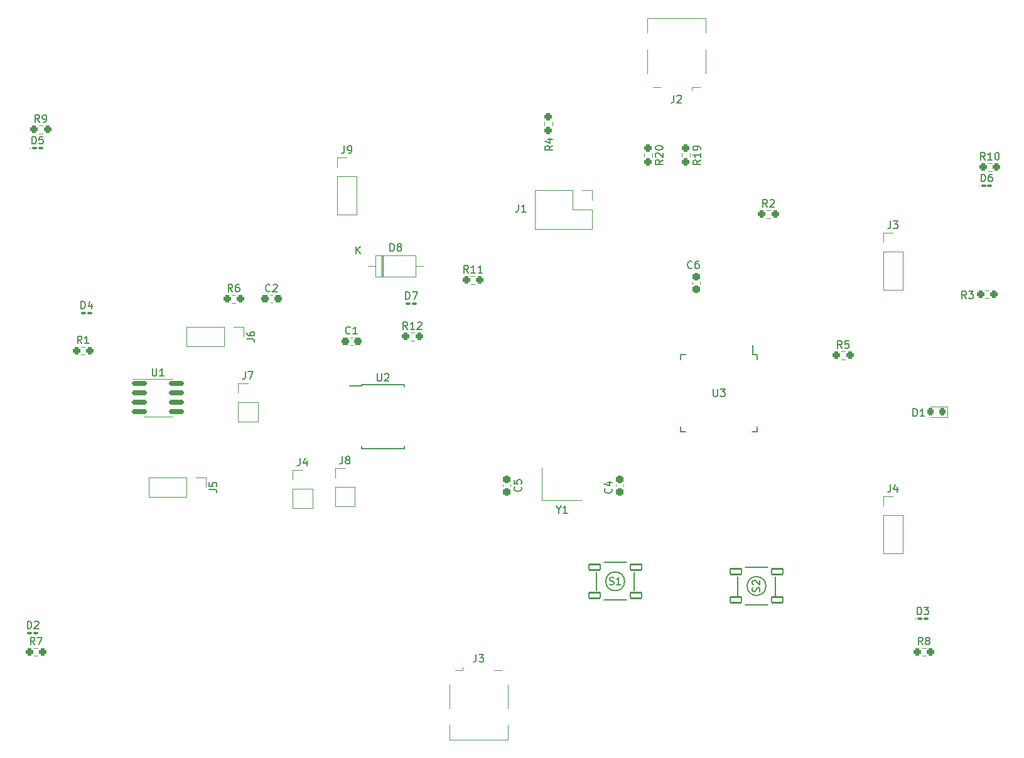
<source format=gto>
G04 #@! TF.GenerationSoftware,KiCad,Pcbnew,7.0.7*
G04 #@! TF.CreationDate,2024-04-22T17:45:01+02:00*
G04 #@! TF.ProjectId,SE3-pad,5345332d-7061-4642-9e6b-696361645f70,rev?*
G04 #@! TF.SameCoordinates,Original*
G04 #@! TF.FileFunction,Legend,Top*
G04 #@! TF.FilePolarity,Positive*
%FSLAX46Y46*%
G04 Gerber Fmt 4.6, Leading zero omitted, Abs format (unit mm)*
G04 Created by KiCad (PCBNEW 7.0.7) date 2024-04-22 17:45:01*
%MOMM*%
%LPD*%
G01*
G04 APERTURE LIST*
G04 Aperture macros list*
%AMRoundRect*
0 Rectangle with rounded corners*
0 $1 Rounding radius*
0 $2 $3 $4 $5 $6 $7 $8 $9 X,Y pos of 4 corners*
0 Add a 4 corners polygon primitive as box body*
4,1,4,$2,$3,$4,$5,$6,$7,$8,$9,$2,$3,0*
0 Add four circle primitives for the rounded corners*
1,1,$1+$1,$2,$3*
1,1,$1+$1,$4,$5*
1,1,$1+$1,$6,$7*
1,1,$1+$1,$8,$9*
0 Add four rect primitives between the rounded corners*
20,1,$1+$1,$2,$3,$4,$5,0*
20,1,$1+$1,$4,$5,$6,$7,0*
20,1,$1+$1,$6,$7,$8,$9,0*
20,1,$1+$1,$8,$9,$2,$3,0*%
G04 Aperture macros list end*
%ADD10C,0.150000*%
%ADD11C,0.127000*%
%ADD12C,0.120000*%
%ADD13C,0.203200*%
%ADD14C,0.100000*%
%ADD15RoundRect,0.237500X-0.237500X0.300000X-0.237500X-0.300000X0.237500X-0.300000X0.237500X0.300000X0*%
%ADD16RoundRect,0.237500X0.237500X-0.300000X0.237500X0.300000X-0.237500X0.300000X-0.237500X-0.300000X0*%
%ADD17RoundRect,0.218750X0.218750X0.256250X-0.218750X0.256250X-0.218750X-0.256250X0.218750X-0.256250X0*%
%ADD18RoundRect,0.237500X-0.250000X-0.237500X0.250000X-0.237500X0.250000X0.237500X-0.250000X0.237500X0*%
%ADD19RoundRect,0.237500X-0.237500X0.250000X-0.237500X-0.250000X0.237500X-0.250000X0.237500X0.250000X0*%
%ADD20R,0.550000X1.500000*%
%ADD21R,1.500000X0.550000*%
%ADD22R,1.700000X1.700000*%
%ADD23O,1.700000X1.700000*%
%ADD24RoundRect,0.101600X-0.762000X0.381000X-0.762000X-0.381000X0.762000X-0.381000X0.762000X0.381000X0*%
%ADD25R,2.100000X1.800000*%
%ADD26RoundRect,0.237500X0.237500X-0.250000X0.237500X0.250000X-0.237500X0.250000X-0.237500X-0.250000X0*%
%ADD27RoundRect,0.100000X-0.217500X-0.100000X0.217500X-0.100000X0.217500X0.100000X-0.217500X0.100000X0*%
%ADD28R,2.200000X2.200000*%
%ADD29O,2.200000X2.200000*%
%ADD30RoundRect,0.237500X-0.300000X-0.237500X0.300000X-0.237500X0.300000X0.237500X-0.300000X0.237500X0*%
%ADD31C,1.000000*%
%ADD32R,0.500000X2.000000*%
%ADD33R,2.000000X1.700000*%
%ADD34RoundRect,0.150000X-0.825000X-0.150000X0.825000X-0.150000X0.825000X0.150000X-0.825000X0.150000X0*%
%ADD35R,1.750000X0.450000*%
G04 APERTURE END LIST*
D10*
X144885580Y-106873166D02*
X144933200Y-106920785D01*
X144933200Y-106920785D02*
X144980819Y-107063642D01*
X144980819Y-107063642D02*
X144980819Y-107158880D01*
X144980819Y-107158880D02*
X144933200Y-107301737D01*
X144933200Y-107301737D02*
X144837961Y-107396975D01*
X144837961Y-107396975D02*
X144742723Y-107444594D01*
X144742723Y-107444594D02*
X144552247Y-107492213D01*
X144552247Y-107492213D02*
X144409390Y-107492213D01*
X144409390Y-107492213D02*
X144218914Y-107444594D01*
X144218914Y-107444594D02*
X144123676Y-107396975D01*
X144123676Y-107396975D02*
X144028438Y-107301737D01*
X144028438Y-107301737D02*
X143980819Y-107158880D01*
X143980819Y-107158880D02*
X143980819Y-107063642D01*
X143980819Y-107063642D02*
X144028438Y-106920785D01*
X144028438Y-106920785D02*
X144076057Y-106873166D01*
X144314152Y-106016023D02*
X144980819Y-106016023D01*
X143933200Y-106254118D02*
X144647485Y-106492213D01*
X144647485Y-106492213D02*
X144647485Y-105873166D01*
X132693580Y-106619166D02*
X132741200Y-106666785D01*
X132741200Y-106666785D02*
X132788819Y-106809642D01*
X132788819Y-106809642D02*
X132788819Y-106904880D01*
X132788819Y-106904880D02*
X132741200Y-107047737D01*
X132741200Y-107047737D02*
X132645961Y-107142975D01*
X132645961Y-107142975D02*
X132550723Y-107190594D01*
X132550723Y-107190594D02*
X132360247Y-107238213D01*
X132360247Y-107238213D02*
X132217390Y-107238213D01*
X132217390Y-107238213D02*
X132026914Y-107190594D01*
X132026914Y-107190594D02*
X131931676Y-107142975D01*
X131931676Y-107142975D02*
X131836438Y-107047737D01*
X131836438Y-107047737D02*
X131788819Y-106904880D01*
X131788819Y-106904880D02*
X131788819Y-106809642D01*
X131788819Y-106809642D02*
X131836438Y-106666785D01*
X131836438Y-106666785D02*
X131884057Y-106619166D01*
X131788819Y-105714404D02*
X131788819Y-106190594D01*
X131788819Y-106190594D02*
X132265009Y-106238213D01*
X132265009Y-106238213D02*
X132217390Y-106190594D01*
X132217390Y-106190594D02*
X132169771Y-106095356D01*
X132169771Y-106095356D02*
X132169771Y-105857261D01*
X132169771Y-105857261D02*
X132217390Y-105762023D01*
X132217390Y-105762023D02*
X132265009Y-105714404D01*
X132265009Y-105714404D02*
X132360247Y-105666785D01*
X132360247Y-105666785D02*
X132598342Y-105666785D01*
X132598342Y-105666785D02*
X132693580Y-105714404D01*
X132693580Y-105714404D02*
X132741200Y-105762023D01*
X132741200Y-105762023D02*
X132788819Y-105857261D01*
X132788819Y-105857261D02*
X132788819Y-106095356D01*
X132788819Y-106095356D02*
X132741200Y-106190594D01*
X132741200Y-106190594D02*
X132693580Y-106238213D01*
X155789333Y-77067580D02*
X155741714Y-77115200D01*
X155741714Y-77115200D02*
X155598857Y-77162819D01*
X155598857Y-77162819D02*
X155503619Y-77162819D01*
X155503619Y-77162819D02*
X155360762Y-77115200D01*
X155360762Y-77115200D02*
X155265524Y-77019961D01*
X155265524Y-77019961D02*
X155217905Y-76924723D01*
X155217905Y-76924723D02*
X155170286Y-76734247D01*
X155170286Y-76734247D02*
X155170286Y-76591390D01*
X155170286Y-76591390D02*
X155217905Y-76400914D01*
X155217905Y-76400914D02*
X155265524Y-76305676D01*
X155265524Y-76305676D02*
X155360762Y-76210438D01*
X155360762Y-76210438D02*
X155503619Y-76162819D01*
X155503619Y-76162819D02*
X155598857Y-76162819D01*
X155598857Y-76162819D02*
X155741714Y-76210438D01*
X155741714Y-76210438D02*
X155789333Y-76258057D01*
X156646476Y-76162819D02*
X156456000Y-76162819D01*
X156456000Y-76162819D02*
X156360762Y-76210438D01*
X156360762Y-76210438D02*
X156313143Y-76258057D01*
X156313143Y-76258057D02*
X156217905Y-76400914D01*
X156217905Y-76400914D02*
X156170286Y-76591390D01*
X156170286Y-76591390D02*
X156170286Y-76972342D01*
X156170286Y-76972342D02*
X156217905Y-77067580D01*
X156217905Y-77067580D02*
X156265524Y-77115200D01*
X156265524Y-77115200D02*
X156360762Y-77162819D01*
X156360762Y-77162819D02*
X156551238Y-77162819D01*
X156551238Y-77162819D02*
X156646476Y-77115200D01*
X156646476Y-77115200D02*
X156694095Y-77067580D01*
X156694095Y-77067580D02*
X156741714Y-76972342D01*
X156741714Y-76972342D02*
X156741714Y-76734247D01*
X156741714Y-76734247D02*
X156694095Y-76639009D01*
X156694095Y-76639009D02*
X156646476Y-76591390D01*
X156646476Y-76591390D02*
X156551238Y-76543771D01*
X156551238Y-76543771D02*
X156360762Y-76543771D01*
X156360762Y-76543771D02*
X156265524Y-76591390D01*
X156265524Y-76591390D02*
X156217905Y-76639009D01*
X156217905Y-76639009D02*
X156170286Y-76734247D01*
X185596405Y-97101819D02*
X185596405Y-96101819D01*
X185596405Y-96101819D02*
X185834500Y-96101819D01*
X185834500Y-96101819D02*
X185977357Y-96149438D01*
X185977357Y-96149438D02*
X186072595Y-96244676D01*
X186072595Y-96244676D02*
X186120214Y-96339914D01*
X186120214Y-96339914D02*
X186167833Y-96530390D01*
X186167833Y-96530390D02*
X186167833Y-96673247D01*
X186167833Y-96673247D02*
X186120214Y-96863723D01*
X186120214Y-96863723D02*
X186072595Y-96958961D01*
X186072595Y-96958961D02*
X185977357Y-97054200D01*
X185977357Y-97054200D02*
X185834500Y-97101819D01*
X185834500Y-97101819D02*
X185596405Y-97101819D01*
X187120214Y-97101819D02*
X186548786Y-97101819D01*
X186834500Y-97101819D02*
X186834500Y-96101819D01*
X186834500Y-96101819D02*
X186739262Y-96244676D01*
X186739262Y-96244676D02*
X186644024Y-96339914D01*
X186644024Y-96339914D02*
X186548786Y-96387533D01*
X165925833Y-68874819D02*
X165592500Y-68398628D01*
X165354405Y-68874819D02*
X165354405Y-67874819D01*
X165354405Y-67874819D02*
X165735357Y-67874819D01*
X165735357Y-67874819D02*
X165830595Y-67922438D01*
X165830595Y-67922438D02*
X165878214Y-67970057D01*
X165878214Y-67970057D02*
X165925833Y-68065295D01*
X165925833Y-68065295D02*
X165925833Y-68208152D01*
X165925833Y-68208152D02*
X165878214Y-68303390D01*
X165878214Y-68303390D02*
X165830595Y-68351009D01*
X165830595Y-68351009D02*
X165735357Y-68398628D01*
X165735357Y-68398628D02*
X165354405Y-68398628D01*
X166306786Y-67970057D02*
X166354405Y-67922438D01*
X166354405Y-67922438D02*
X166449643Y-67874819D01*
X166449643Y-67874819D02*
X166687738Y-67874819D01*
X166687738Y-67874819D02*
X166782976Y-67922438D01*
X166782976Y-67922438D02*
X166830595Y-67970057D01*
X166830595Y-67970057D02*
X166878214Y-68065295D01*
X166878214Y-68065295D02*
X166878214Y-68160533D01*
X166878214Y-68160533D02*
X166830595Y-68303390D01*
X166830595Y-68303390D02*
X166259167Y-68874819D01*
X166259167Y-68874819D02*
X166878214Y-68874819D01*
X136979819Y-60595166D02*
X136503628Y-60928499D01*
X136979819Y-61166594D02*
X135979819Y-61166594D01*
X135979819Y-61166594D02*
X135979819Y-60785642D01*
X135979819Y-60785642D02*
X136027438Y-60690404D01*
X136027438Y-60690404D02*
X136075057Y-60642785D01*
X136075057Y-60642785D02*
X136170295Y-60595166D01*
X136170295Y-60595166D02*
X136313152Y-60595166D01*
X136313152Y-60595166D02*
X136408390Y-60642785D01*
X136408390Y-60642785D02*
X136456009Y-60690404D01*
X136456009Y-60690404D02*
X136503628Y-60785642D01*
X136503628Y-60785642D02*
X136503628Y-61166594D01*
X136313152Y-59738023D02*
X136979819Y-59738023D01*
X135932200Y-59976118D02*
X136646485Y-60214213D01*
X136646485Y-60214213D02*
X136646485Y-59595166D01*
X176005833Y-87924819D02*
X175672500Y-87448628D01*
X175434405Y-87924819D02*
X175434405Y-86924819D01*
X175434405Y-86924819D02*
X175815357Y-86924819D01*
X175815357Y-86924819D02*
X175910595Y-86972438D01*
X175910595Y-86972438D02*
X175958214Y-87020057D01*
X175958214Y-87020057D02*
X176005833Y-87115295D01*
X176005833Y-87115295D02*
X176005833Y-87258152D01*
X176005833Y-87258152D02*
X175958214Y-87353390D01*
X175958214Y-87353390D02*
X175910595Y-87401009D01*
X175910595Y-87401009D02*
X175815357Y-87448628D01*
X175815357Y-87448628D02*
X175434405Y-87448628D01*
X176910595Y-86924819D02*
X176434405Y-86924819D01*
X176434405Y-86924819D02*
X176386786Y-87401009D01*
X176386786Y-87401009D02*
X176434405Y-87353390D01*
X176434405Y-87353390D02*
X176529643Y-87305771D01*
X176529643Y-87305771D02*
X176767738Y-87305771D01*
X176767738Y-87305771D02*
X176862976Y-87353390D01*
X176862976Y-87353390D02*
X176910595Y-87401009D01*
X176910595Y-87401009D02*
X176958214Y-87496247D01*
X176958214Y-87496247D02*
X176958214Y-87734342D01*
X176958214Y-87734342D02*
X176910595Y-87829580D01*
X176910595Y-87829580D02*
X176862976Y-87877200D01*
X176862976Y-87877200D02*
X176767738Y-87924819D01*
X176767738Y-87924819D02*
X176529643Y-87924819D01*
X176529643Y-87924819D02*
X176434405Y-87877200D01*
X176434405Y-87877200D02*
X176386786Y-87829580D01*
X158656095Y-93434819D02*
X158656095Y-94244342D01*
X158656095Y-94244342D02*
X158703714Y-94339580D01*
X158703714Y-94339580D02*
X158751333Y-94387200D01*
X158751333Y-94387200D02*
X158846571Y-94434819D01*
X158846571Y-94434819D02*
X159037047Y-94434819D01*
X159037047Y-94434819D02*
X159132285Y-94387200D01*
X159132285Y-94387200D02*
X159179904Y-94339580D01*
X159179904Y-94339580D02*
X159227523Y-94244342D01*
X159227523Y-94244342D02*
X159227523Y-93434819D01*
X159608476Y-93434819D02*
X160227523Y-93434819D01*
X160227523Y-93434819D02*
X159894190Y-93815771D01*
X159894190Y-93815771D02*
X160037047Y-93815771D01*
X160037047Y-93815771D02*
X160132285Y-93863390D01*
X160132285Y-93863390D02*
X160179904Y-93911009D01*
X160179904Y-93911009D02*
X160227523Y-94006247D01*
X160227523Y-94006247D02*
X160227523Y-94244342D01*
X160227523Y-94244342D02*
X160179904Y-94339580D01*
X160179904Y-94339580D02*
X160132285Y-94387200D01*
X160132285Y-94387200D02*
X160037047Y-94434819D01*
X160037047Y-94434819D02*
X159751333Y-94434819D01*
X159751333Y-94434819D02*
X159656095Y-94387200D01*
X159656095Y-94387200D02*
X159608476Y-94339580D01*
X132381666Y-68542819D02*
X132381666Y-69257104D01*
X132381666Y-69257104D02*
X132334047Y-69399961D01*
X132334047Y-69399961D02*
X132238809Y-69495200D01*
X132238809Y-69495200D02*
X132095952Y-69542819D01*
X132095952Y-69542819D02*
X132000714Y-69542819D01*
X133381666Y-69542819D02*
X132810238Y-69542819D01*
X133095952Y-69542819D02*
X133095952Y-68542819D01*
X133095952Y-68542819D02*
X133000714Y-68685676D01*
X133000714Y-68685676D02*
X132905476Y-68780914D01*
X132905476Y-68780914D02*
X132810238Y-68828533D01*
D11*
X144653095Y-119788396D02*
X144795952Y-119836015D01*
X144795952Y-119836015D02*
X145034047Y-119836015D01*
X145034047Y-119836015D02*
X145129285Y-119788396D01*
X145129285Y-119788396D02*
X145176904Y-119740776D01*
X145176904Y-119740776D02*
X145224523Y-119645538D01*
X145224523Y-119645538D02*
X145224523Y-119550300D01*
X145224523Y-119550300D02*
X145176904Y-119455062D01*
X145176904Y-119455062D02*
X145129285Y-119407443D01*
X145129285Y-119407443D02*
X145034047Y-119359824D01*
X145034047Y-119359824D02*
X144843571Y-119312205D01*
X144843571Y-119312205D02*
X144748333Y-119264586D01*
X144748333Y-119264586D02*
X144700714Y-119216967D01*
X144700714Y-119216967D02*
X144653095Y-119121729D01*
X144653095Y-119121729D02*
X144653095Y-119026491D01*
X144653095Y-119026491D02*
X144700714Y-118931253D01*
X144700714Y-118931253D02*
X144748333Y-118883634D01*
X144748333Y-118883634D02*
X144843571Y-118836015D01*
X144843571Y-118836015D02*
X145081666Y-118836015D01*
X145081666Y-118836015D02*
X145224523Y-118883634D01*
X146176904Y-119836015D02*
X145605476Y-119836015D01*
X145891190Y-119836015D02*
X145891190Y-118836015D01*
X145891190Y-118836015D02*
X145795952Y-118978872D01*
X145795952Y-118978872D02*
X145700714Y-119074110D01*
X145700714Y-119074110D02*
X145605476Y-119121729D01*
X164873396Y-120776904D02*
X164921015Y-120634047D01*
X164921015Y-120634047D02*
X164921015Y-120395952D01*
X164921015Y-120395952D02*
X164873396Y-120300714D01*
X164873396Y-120300714D02*
X164825776Y-120253095D01*
X164825776Y-120253095D02*
X164730538Y-120205476D01*
X164730538Y-120205476D02*
X164635300Y-120205476D01*
X164635300Y-120205476D02*
X164540062Y-120253095D01*
X164540062Y-120253095D02*
X164492443Y-120300714D01*
X164492443Y-120300714D02*
X164444824Y-120395952D01*
X164444824Y-120395952D02*
X164397205Y-120586428D01*
X164397205Y-120586428D02*
X164349586Y-120681666D01*
X164349586Y-120681666D02*
X164301967Y-120729285D01*
X164301967Y-120729285D02*
X164206729Y-120776904D01*
X164206729Y-120776904D02*
X164111491Y-120776904D01*
X164111491Y-120776904D02*
X164016253Y-120729285D01*
X164016253Y-120729285D02*
X163968634Y-120681666D01*
X163968634Y-120681666D02*
X163921015Y-120586428D01*
X163921015Y-120586428D02*
X163921015Y-120348333D01*
X163921015Y-120348333D02*
X163968634Y-120205476D01*
X164016253Y-119824523D02*
X163968634Y-119776904D01*
X163968634Y-119776904D02*
X163921015Y-119681666D01*
X163921015Y-119681666D02*
X163921015Y-119443571D01*
X163921015Y-119443571D02*
X163968634Y-119348333D01*
X163968634Y-119348333D02*
X164016253Y-119300714D01*
X164016253Y-119300714D02*
X164111491Y-119253095D01*
X164111491Y-119253095D02*
X164206729Y-119253095D01*
X164206729Y-119253095D02*
X164349586Y-119300714D01*
X164349586Y-119300714D02*
X164921015Y-119872142D01*
X164921015Y-119872142D02*
X164921015Y-119253095D01*
D10*
X137773809Y-109706628D02*
X137773809Y-110182819D01*
X137440476Y-109182819D02*
X137773809Y-109706628D01*
X137773809Y-109706628D02*
X138107142Y-109182819D01*
X138964285Y-110182819D02*
X138392857Y-110182819D01*
X138678571Y-110182819D02*
X138678571Y-109182819D01*
X138678571Y-109182819D02*
X138583333Y-109325676D01*
X138583333Y-109325676D02*
X138488095Y-109420914D01*
X138488095Y-109420914D02*
X138392857Y-109468533D01*
X192769833Y-81226819D02*
X192436500Y-80750628D01*
X192198405Y-81226819D02*
X192198405Y-80226819D01*
X192198405Y-80226819D02*
X192579357Y-80226819D01*
X192579357Y-80226819D02*
X192674595Y-80274438D01*
X192674595Y-80274438D02*
X192722214Y-80322057D01*
X192722214Y-80322057D02*
X192769833Y-80417295D01*
X192769833Y-80417295D02*
X192769833Y-80560152D01*
X192769833Y-80560152D02*
X192722214Y-80655390D01*
X192722214Y-80655390D02*
X192674595Y-80703009D01*
X192674595Y-80703009D02*
X192579357Y-80750628D01*
X192579357Y-80750628D02*
X192198405Y-80750628D01*
X193103167Y-80226819D02*
X193722214Y-80226819D01*
X193722214Y-80226819D02*
X193388881Y-80607771D01*
X193388881Y-80607771D02*
X193531738Y-80607771D01*
X193531738Y-80607771D02*
X193626976Y-80655390D01*
X193626976Y-80655390D02*
X193674595Y-80703009D01*
X193674595Y-80703009D02*
X193722214Y-80798247D01*
X193722214Y-80798247D02*
X193722214Y-81036342D01*
X193722214Y-81036342D02*
X193674595Y-81131580D01*
X193674595Y-81131580D02*
X193626976Y-81179200D01*
X193626976Y-81179200D02*
X193531738Y-81226819D01*
X193531738Y-81226819D02*
X193246024Y-81226819D01*
X193246024Y-81226819D02*
X193150786Y-81179200D01*
X193150786Y-81179200D02*
X193103167Y-81131580D01*
X156918819Y-62538857D02*
X156442628Y-62872190D01*
X156918819Y-63110285D02*
X155918819Y-63110285D01*
X155918819Y-63110285D02*
X155918819Y-62729333D01*
X155918819Y-62729333D02*
X155966438Y-62634095D01*
X155966438Y-62634095D02*
X156014057Y-62586476D01*
X156014057Y-62586476D02*
X156109295Y-62538857D01*
X156109295Y-62538857D02*
X156252152Y-62538857D01*
X156252152Y-62538857D02*
X156347390Y-62586476D01*
X156347390Y-62586476D02*
X156395009Y-62634095D01*
X156395009Y-62634095D02*
X156442628Y-62729333D01*
X156442628Y-62729333D02*
X156442628Y-63110285D01*
X156918819Y-61586476D02*
X156918819Y-62157904D01*
X156918819Y-61872190D02*
X155918819Y-61872190D01*
X155918819Y-61872190D02*
X156061676Y-61967428D01*
X156061676Y-61967428D02*
X156156914Y-62062666D01*
X156156914Y-62062666D02*
X156204533Y-62157904D01*
X156918819Y-61110285D02*
X156918819Y-60919809D01*
X156918819Y-60919809D02*
X156871200Y-60824571D01*
X156871200Y-60824571D02*
X156823580Y-60776952D01*
X156823580Y-60776952D02*
X156680723Y-60681714D01*
X156680723Y-60681714D02*
X156490247Y-60634095D01*
X156490247Y-60634095D02*
X156109295Y-60634095D01*
X156109295Y-60634095D02*
X156014057Y-60681714D01*
X156014057Y-60681714D02*
X155966438Y-60729333D01*
X155966438Y-60729333D02*
X155918819Y-60824571D01*
X155918819Y-60824571D02*
X155918819Y-61015047D01*
X155918819Y-61015047D02*
X155966438Y-61110285D01*
X155966438Y-61110285D02*
X156014057Y-61157904D01*
X156014057Y-61157904D02*
X156109295Y-61205523D01*
X156109295Y-61205523D02*
X156347390Y-61205523D01*
X156347390Y-61205523D02*
X156442628Y-61157904D01*
X156442628Y-61157904D02*
X156490247Y-61110285D01*
X156490247Y-61110285D02*
X156537866Y-61015047D01*
X156537866Y-61015047D02*
X156537866Y-60824571D01*
X156537866Y-60824571D02*
X156490247Y-60729333D01*
X156490247Y-60729333D02*
X156442628Y-60681714D01*
X156442628Y-60681714D02*
X156347390Y-60634095D01*
X151838819Y-62515357D02*
X151362628Y-62848690D01*
X151838819Y-63086785D02*
X150838819Y-63086785D01*
X150838819Y-63086785D02*
X150838819Y-62705833D01*
X150838819Y-62705833D02*
X150886438Y-62610595D01*
X150886438Y-62610595D02*
X150934057Y-62562976D01*
X150934057Y-62562976D02*
X151029295Y-62515357D01*
X151029295Y-62515357D02*
X151172152Y-62515357D01*
X151172152Y-62515357D02*
X151267390Y-62562976D01*
X151267390Y-62562976D02*
X151315009Y-62610595D01*
X151315009Y-62610595D02*
X151362628Y-62705833D01*
X151362628Y-62705833D02*
X151362628Y-63086785D01*
X150934057Y-62134404D02*
X150886438Y-62086785D01*
X150886438Y-62086785D02*
X150838819Y-61991547D01*
X150838819Y-61991547D02*
X150838819Y-61753452D01*
X150838819Y-61753452D02*
X150886438Y-61658214D01*
X150886438Y-61658214D02*
X150934057Y-61610595D01*
X150934057Y-61610595D02*
X151029295Y-61562976D01*
X151029295Y-61562976D02*
X151124533Y-61562976D01*
X151124533Y-61562976D02*
X151267390Y-61610595D01*
X151267390Y-61610595D02*
X151838819Y-62182023D01*
X151838819Y-62182023D02*
X151838819Y-61562976D01*
X150838819Y-60943928D02*
X150838819Y-60848690D01*
X150838819Y-60848690D02*
X150886438Y-60753452D01*
X150886438Y-60753452D02*
X150934057Y-60705833D01*
X150934057Y-60705833D02*
X151029295Y-60658214D01*
X151029295Y-60658214D02*
X151219771Y-60610595D01*
X151219771Y-60610595D02*
X151457866Y-60610595D01*
X151457866Y-60610595D02*
X151648342Y-60658214D01*
X151648342Y-60658214D02*
X151743580Y-60705833D01*
X151743580Y-60705833D02*
X151791200Y-60753452D01*
X151791200Y-60753452D02*
X151838819Y-60848690D01*
X151838819Y-60848690D02*
X151838819Y-60943928D01*
X151838819Y-60943928D02*
X151791200Y-61039166D01*
X151791200Y-61039166D02*
X151743580Y-61086785D01*
X151743580Y-61086785D02*
X151648342Y-61134404D01*
X151648342Y-61134404D02*
X151457866Y-61182023D01*
X151457866Y-61182023D02*
X151219771Y-61182023D01*
X151219771Y-61182023D02*
X151029295Y-61134404D01*
X151029295Y-61134404D02*
X150934057Y-61086785D01*
X150934057Y-61086785D02*
X150886438Y-61039166D01*
X150886438Y-61039166D02*
X150838819Y-60943928D01*
X195294642Y-62524819D02*
X194961309Y-62048628D01*
X194723214Y-62524819D02*
X194723214Y-61524819D01*
X194723214Y-61524819D02*
X195104166Y-61524819D01*
X195104166Y-61524819D02*
X195199404Y-61572438D01*
X195199404Y-61572438D02*
X195247023Y-61620057D01*
X195247023Y-61620057D02*
X195294642Y-61715295D01*
X195294642Y-61715295D02*
X195294642Y-61858152D01*
X195294642Y-61858152D02*
X195247023Y-61953390D01*
X195247023Y-61953390D02*
X195199404Y-62001009D01*
X195199404Y-62001009D02*
X195104166Y-62048628D01*
X195104166Y-62048628D02*
X194723214Y-62048628D01*
X196247023Y-62524819D02*
X195675595Y-62524819D01*
X195961309Y-62524819D02*
X195961309Y-61524819D01*
X195961309Y-61524819D02*
X195866071Y-61667676D01*
X195866071Y-61667676D02*
X195770833Y-61762914D01*
X195770833Y-61762914D02*
X195675595Y-61810533D01*
X196866071Y-61524819D02*
X196961309Y-61524819D01*
X196961309Y-61524819D02*
X197056547Y-61572438D01*
X197056547Y-61572438D02*
X197104166Y-61620057D01*
X197104166Y-61620057D02*
X197151785Y-61715295D01*
X197151785Y-61715295D02*
X197199404Y-61905771D01*
X197199404Y-61905771D02*
X197199404Y-62143866D01*
X197199404Y-62143866D02*
X197151785Y-62334342D01*
X197151785Y-62334342D02*
X197104166Y-62429580D01*
X197104166Y-62429580D02*
X197056547Y-62477200D01*
X197056547Y-62477200D02*
X196961309Y-62524819D01*
X196961309Y-62524819D02*
X196866071Y-62524819D01*
X196866071Y-62524819D02*
X196770833Y-62477200D01*
X196770833Y-62477200D02*
X196723214Y-62429580D01*
X196723214Y-62429580D02*
X196675595Y-62334342D01*
X196675595Y-62334342D02*
X196627976Y-62143866D01*
X196627976Y-62143866D02*
X196627976Y-61905771D01*
X196627976Y-61905771D02*
X196675595Y-61715295D01*
X196675595Y-61715295D02*
X196723214Y-61620057D01*
X196723214Y-61620057D02*
X196770833Y-61572438D01*
X196770833Y-61572438D02*
X196866071Y-61524819D01*
X117169405Y-81319819D02*
X117169405Y-80319819D01*
X117169405Y-80319819D02*
X117407500Y-80319819D01*
X117407500Y-80319819D02*
X117550357Y-80367438D01*
X117550357Y-80367438D02*
X117645595Y-80462676D01*
X117645595Y-80462676D02*
X117693214Y-80557914D01*
X117693214Y-80557914D02*
X117740833Y-80748390D01*
X117740833Y-80748390D02*
X117740833Y-80891247D01*
X117740833Y-80891247D02*
X117693214Y-81081723D01*
X117693214Y-81081723D02*
X117645595Y-81176961D01*
X117645595Y-81176961D02*
X117550357Y-81272200D01*
X117550357Y-81272200D02*
X117407500Y-81319819D01*
X117407500Y-81319819D02*
X117169405Y-81319819D01*
X118074167Y-80319819D02*
X118740833Y-80319819D01*
X118740833Y-80319819D02*
X118312262Y-81319819D01*
X73493333Y-87289819D02*
X73160000Y-86813628D01*
X72921905Y-87289819D02*
X72921905Y-86289819D01*
X72921905Y-86289819D02*
X73302857Y-86289819D01*
X73302857Y-86289819D02*
X73398095Y-86337438D01*
X73398095Y-86337438D02*
X73445714Y-86385057D01*
X73445714Y-86385057D02*
X73493333Y-86480295D01*
X73493333Y-86480295D02*
X73493333Y-86623152D01*
X73493333Y-86623152D02*
X73445714Y-86718390D01*
X73445714Y-86718390D02*
X73398095Y-86766009D01*
X73398095Y-86766009D02*
X73302857Y-86813628D01*
X73302857Y-86813628D02*
X72921905Y-86813628D01*
X74445714Y-87289819D02*
X73874286Y-87289819D01*
X74160000Y-87289819D02*
X74160000Y-86289819D01*
X74160000Y-86289819D02*
X74064762Y-86432676D01*
X74064762Y-86432676D02*
X73969524Y-86527914D01*
X73969524Y-86527914D02*
X73874286Y-86575533D01*
X108886666Y-60624819D02*
X108886666Y-61339104D01*
X108886666Y-61339104D02*
X108839047Y-61481961D01*
X108839047Y-61481961D02*
X108743809Y-61577200D01*
X108743809Y-61577200D02*
X108600952Y-61624819D01*
X108600952Y-61624819D02*
X108505714Y-61624819D01*
X109410476Y-61624819D02*
X109600952Y-61624819D01*
X109600952Y-61624819D02*
X109696190Y-61577200D01*
X109696190Y-61577200D02*
X109743809Y-61529580D01*
X109743809Y-61529580D02*
X109839047Y-61386723D01*
X109839047Y-61386723D02*
X109886666Y-61196247D01*
X109886666Y-61196247D02*
X109886666Y-60815295D01*
X109886666Y-60815295D02*
X109839047Y-60720057D01*
X109839047Y-60720057D02*
X109791428Y-60672438D01*
X109791428Y-60672438D02*
X109696190Y-60624819D01*
X109696190Y-60624819D02*
X109505714Y-60624819D01*
X109505714Y-60624819D02*
X109410476Y-60672438D01*
X109410476Y-60672438D02*
X109362857Y-60720057D01*
X109362857Y-60720057D02*
X109315238Y-60815295D01*
X109315238Y-60815295D02*
X109315238Y-61053390D01*
X109315238Y-61053390D02*
X109362857Y-61148628D01*
X109362857Y-61148628D02*
X109410476Y-61196247D01*
X109410476Y-61196247D02*
X109505714Y-61243866D01*
X109505714Y-61243866D02*
X109696190Y-61243866D01*
X109696190Y-61243866D02*
X109791428Y-61196247D01*
X109791428Y-61196247D02*
X109839047Y-61148628D01*
X109839047Y-61148628D02*
X109886666Y-61053390D01*
X90684819Y-107013333D02*
X91399104Y-107013333D01*
X91399104Y-107013333D02*
X91541961Y-107060952D01*
X91541961Y-107060952D02*
X91637200Y-107156190D01*
X91637200Y-107156190D02*
X91684819Y-107299047D01*
X91684819Y-107299047D02*
X91684819Y-107394285D01*
X90684819Y-106060952D02*
X90684819Y-106537142D01*
X90684819Y-106537142D02*
X91161009Y-106584761D01*
X91161009Y-106584761D02*
X91113390Y-106537142D01*
X91113390Y-106537142D02*
X91065771Y-106441904D01*
X91065771Y-106441904D02*
X91065771Y-106203809D01*
X91065771Y-106203809D02*
X91113390Y-106108571D01*
X91113390Y-106108571D02*
X91161009Y-106060952D01*
X91161009Y-106060952D02*
X91256247Y-106013333D01*
X91256247Y-106013333D02*
X91494342Y-106013333D01*
X91494342Y-106013333D02*
X91589580Y-106060952D01*
X91589580Y-106060952D02*
X91637200Y-106108571D01*
X91637200Y-106108571D02*
X91684819Y-106203809D01*
X91684819Y-106203809D02*
X91684819Y-106441904D01*
X91684819Y-106441904D02*
X91637200Y-106537142D01*
X91637200Y-106537142D02*
X91589580Y-106584761D01*
X67778333Y-57444819D02*
X67445000Y-56968628D01*
X67206905Y-57444819D02*
X67206905Y-56444819D01*
X67206905Y-56444819D02*
X67587857Y-56444819D01*
X67587857Y-56444819D02*
X67683095Y-56492438D01*
X67683095Y-56492438D02*
X67730714Y-56540057D01*
X67730714Y-56540057D02*
X67778333Y-56635295D01*
X67778333Y-56635295D02*
X67778333Y-56778152D01*
X67778333Y-56778152D02*
X67730714Y-56873390D01*
X67730714Y-56873390D02*
X67683095Y-56921009D01*
X67683095Y-56921009D02*
X67587857Y-56968628D01*
X67587857Y-56968628D02*
X67206905Y-56968628D01*
X68254524Y-57444819D02*
X68445000Y-57444819D01*
X68445000Y-57444819D02*
X68540238Y-57397200D01*
X68540238Y-57397200D02*
X68587857Y-57349580D01*
X68587857Y-57349580D02*
X68683095Y-57206723D01*
X68683095Y-57206723D02*
X68730714Y-57016247D01*
X68730714Y-57016247D02*
X68730714Y-56635295D01*
X68730714Y-56635295D02*
X68683095Y-56540057D01*
X68683095Y-56540057D02*
X68635476Y-56492438D01*
X68635476Y-56492438D02*
X68540238Y-56444819D01*
X68540238Y-56444819D02*
X68349762Y-56444819D01*
X68349762Y-56444819D02*
X68254524Y-56492438D01*
X68254524Y-56492438D02*
X68206905Y-56540057D01*
X68206905Y-56540057D02*
X68159286Y-56635295D01*
X68159286Y-56635295D02*
X68159286Y-56873390D01*
X68159286Y-56873390D02*
X68206905Y-56968628D01*
X68206905Y-56968628D02*
X68254524Y-57016247D01*
X68254524Y-57016247D02*
X68349762Y-57063866D01*
X68349762Y-57063866D02*
X68540238Y-57063866D01*
X68540238Y-57063866D02*
X68635476Y-57016247D01*
X68635476Y-57016247D02*
X68683095Y-56968628D01*
X68683095Y-56968628D02*
X68730714Y-56873390D01*
X95764819Y-86693333D02*
X96479104Y-86693333D01*
X96479104Y-86693333D02*
X96621961Y-86740952D01*
X96621961Y-86740952D02*
X96717200Y-86836190D01*
X96717200Y-86836190D02*
X96764819Y-86979047D01*
X96764819Y-86979047D02*
X96764819Y-87074285D01*
X95764819Y-85788571D02*
X95764819Y-85979047D01*
X95764819Y-85979047D02*
X95812438Y-86074285D01*
X95812438Y-86074285D02*
X95860057Y-86121904D01*
X95860057Y-86121904D02*
X96002914Y-86217142D01*
X96002914Y-86217142D02*
X96193390Y-86264761D01*
X96193390Y-86264761D02*
X96574342Y-86264761D01*
X96574342Y-86264761D02*
X96669580Y-86217142D01*
X96669580Y-86217142D02*
X96717200Y-86169523D01*
X96717200Y-86169523D02*
X96764819Y-86074285D01*
X96764819Y-86074285D02*
X96764819Y-85883809D01*
X96764819Y-85883809D02*
X96717200Y-85788571D01*
X96717200Y-85788571D02*
X96669580Y-85740952D01*
X96669580Y-85740952D02*
X96574342Y-85693333D01*
X96574342Y-85693333D02*
X96336247Y-85693333D01*
X96336247Y-85693333D02*
X96241009Y-85740952D01*
X96241009Y-85740952D02*
X96193390Y-85788571D01*
X96193390Y-85788571D02*
X96145771Y-85883809D01*
X96145771Y-85883809D02*
X96145771Y-86074285D01*
X96145771Y-86074285D02*
X96193390Y-86169523D01*
X96193390Y-86169523D02*
X96241009Y-86217142D01*
X96241009Y-86217142D02*
X96336247Y-86264761D01*
X66774405Y-60364819D02*
X66774405Y-59364819D01*
X66774405Y-59364819D02*
X67012500Y-59364819D01*
X67012500Y-59364819D02*
X67155357Y-59412438D01*
X67155357Y-59412438D02*
X67250595Y-59507676D01*
X67250595Y-59507676D02*
X67298214Y-59602914D01*
X67298214Y-59602914D02*
X67345833Y-59793390D01*
X67345833Y-59793390D02*
X67345833Y-59936247D01*
X67345833Y-59936247D02*
X67298214Y-60126723D01*
X67298214Y-60126723D02*
X67250595Y-60221961D01*
X67250595Y-60221961D02*
X67155357Y-60317200D01*
X67155357Y-60317200D02*
X67012500Y-60364819D01*
X67012500Y-60364819D02*
X66774405Y-60364819D01*
X68250595Y-59364819D02*
X67774405Y-59364819D01*
X67774405Y-59364819D02*
X67726786Y-59841009D01*
X67726786Y-59841009D02*
X67774405Y-59793390D01*
X67774405Y-59793390D02*
X67869643Y-59745771D01*
X67869643Y-59745771D02*
X68107738Y-59745771D01*
X68107738Y-59745771D02*
X68202976Y-59793390D01*
X68202976Y-59793390D02*
X68250595Y-59841009D01*
X68250595Y-59841009D02*
X68298214Y-59936247D01*
X68298214Y-59936247D02*
X68298214Y-60174342D01*
X68298214Y-60174342D02*
X68250595Y-60269580D01*
X68250595Y-60269580D02*
X68202976Y-60317200D01*
X68202976Y-60317200D02*
X68107738Y-60364819D01*
X68107738Y-60364819D02*
X67869643Y-60364819D01*
X67869643Y-60364819D02*
X67774405Y-60317200D01*
X67774405Y-60317200D02*
X67726786Y-60269580D01*
X66139405Y-125769819D02*
X66139405Y-124769819D01*
X66139405Y-124769819D02*
X66377500Y-124769819D01*
X66377500Y-124769819D02*
X66520357Y-124817438D01*
X66520357Y-124817438D02*
X66615595Y-124912676D01*
X66615595Y-124912676D02*
X66663214Y-125007914D01*
X66663214Y-125007914D02*
X66710833Y-125198390D01*
X66710833Y-125198390D02*
X66710833Y-125341247D01*
X66710833Y-125341247D02*
X66663214Y-125531723D01*
X66663214Y-125531723D02*
X66615595Y-125626961D01*
X66615595Y-125626961D02*
X66520357Y-125722200D01*
X66520357Y-125722200D02*
X66377500Y-125769819D01*
X66377500Y-125769819D02*
X66139405Y-125769819D01*
X67091786Y-124865057D02*
X67139405Y-124817438D01*
X67139405Y-124817438D02*
X67234643Y-124769819D01*
X67234643Y-124769819D02*
X67472738Y-124769819D01*
X67472738Y-124769819D02*
X67567976Y-124817438D01*
X67567976Y-124817438D02*
X67615595Y-124865057D01*
X67615595Y-124865057D02*
X67663214Y-124960295D01*
X67663214Y-124960295D02*
X67663214Y-125055533D01*
X67663214Y-125055533D02*
X67615595Y-125198390D01*
X67615595Y-125198390D02*
X67044167Y-125769819D01*
X67044167Y-125769819D02*
X67663214Y-125769819D01*
X95551666Y-91099819D02*
X95551666Y-91814104D01*
X95551666Y-91814104D02*
X95504047Y-91956961D01*
X95504047Y-91956961D02*
X95408809Y-92052200D01*
X95408809Y-92052200D02*
X95265952Y-92099819D01*
X95265952Y-92099819D02*
X95170714Y-92099819D01*
X95932619Y-91099819D02*
X96599285Y-91099819D01*
X96599285Y-91099819D02*
X96170714Y-92099819D01*
X186880833Y-127929819D02*
X186547500Y-127453628D01*
X186309405Y-127929819D02*
X186309405Y-126929819D01*
X186309405Y-126929819D02*
X186690357Y-126929819D01*
X186690357Y-126929819D02*
X186785595Y-126977438D01*
X186785595Y-126977438D02*
X186833214Y-127025057D01*
X186833214Y-127025057D02*
X186880833Y-127120295D01*
X186880833Y-127120295D02*
X186880833Y-127263152D01*
X186880833Y-127263152D02*
X186833214Y-127358390D01*
X186833214Y-127358390D02*
X186785595Y-127406009D01*
X186785595Y-127406009D02*
X186690357Y-127453628D01*
X186690357Y-127453628D02*
X186309405Y-127453628D01*
X187452262Y-127358390D02*
X187357024Y-127310771D01*
X187357024Y-127310771D02*
X187309405Y-127263152D01*
X187309405Y-127263152D02*
X187261786Y-127167914D01*
X187261786Y-127167914D02*
X187261786Y-127120295D01*
X187261786Y-127120295D02*
X187309405Y-127025057D01*
X187309405Y-127025057D02*
X187357024Y-126977438D01*
X187357024Y-126977438D02*
X187452262Y-126929819D01*
X187452262Y-126929819D02*
X187642738Y-126929819D01*
X187642738Y-126929819D02*
X187737976Y-126977438D01*
X187737976Y-126977438D02*
X187785595Y-127025057D01*
X187785595Y-127025057D02*
X187833214Y-127120295D01*
X187833214Y-127120295D02*
X187833214Y-127167914D01*
X187833214Y-127167914D02*
X187785595Y-127263152D01*
X187785595Y-127263152D02*
X187737976Y-127310771D01*
X187737976Y-127310771D02*
X187642738Y-127358390D01*
X187642738Y-127358390D02*
X187452262Y-127358390D01*
X187452262Y-127358390D02*
X187357024Y-127406009D01*
X187357024Y-127406009D02*
X187309405Y-127453628D01*
X187309405Y-127453628D02*
X187261786Y-127548866D01*
X187261786Y-127548866D02*
X187261786Y-127739342D01*
X187261786Y-127739342D02*
X187309405Y-127834580D01*
X187309405Y-127834580D02*
X187357024Y-127882200D01*
X187357024Y-127882200D02*
X187452262Y-127929819D01*
X187452262Y-127929819D02*
X187642738Y-127929819D01*
X187642738Y-127929819D02*
X187737976Y-127882200D01*
X187737976Y-127882200D02*
X187785595Y-127834580D01*
X187785595Y-127834580D02*
X187833214Y-127739342D01*
X187833214Y-127739342D02*
X187833214Y-127548866D01*
X187833214Y-127548866D02*
X187785595Y-127453628D01*
X187785595Y-127453628D02*
X187737976Y-127406009D01*
X187737976Y-127406009D02*
X187642738Y-127358390D01*
X73401905Y-82589819D02*
X73401905Y-81589819D01*
X73401905Y-81589819D02*
X73640000Y-81589819D01*
X73640000Y-81589819D02*
X73782857Y-81637438D01*
X73782857Y-81637438D02*
X73878095Y-81732676D01*
X73878095Y-81732676D02*
X73925714Y-81827914D01*
X73925714Y-81827914D02*
X73973333Y-82018390D01*
X73973333Y-82018390D02*
X73973333Y-82161247D01*
X73973333Y-82161247D02*
X73925714Y-82351723D01*
X73925714Y-82351723D02*
X73878095Y-82446961D01*
X73878095Y-82446961D02*
X73782857Y-82542200D01*
X73782857Y-82542200D02*
X73640000Y-82589819D01*
X73640000Y-82589819D02*
X73401905Y-82589819D01*
X74830476Y-81923152D02*
X74830476Y-82589819D01*
X74592381Y-81542200D02*
X74354286Y-82256485D01*
X74354286Y-82256485D02*
X74973333Y-82256485D01*
X125594642Y-77764819D02*
X125261309Y-77288628D01*
X125023214Y-77764819D02*
X125023214Y-76764819D01*
X125023214Y-76764819D02*
X125404166Y-76764819D01*
X125404166Y-76764819D02*
X125499404Y-76812438D01*
X125499404Y-76812438D02*
X125547023Y-76860057D01*
X125547023Y-76860057D02*
X125594642Y-76955295D01*
X125594642Y-76955295D02*
X125594642Y-77098152D01*
X125594642Y-77098152D02*
X125547023Y-77193390D01*
X125547023Y-77193390D02*
X125499404Y-77241009D01*
X125499404Y-77241009D02*
X125404166Y-77288628D01*
X125404166Y-77288628D02*
X125023214Y-77288628D01*
X126547023Y-77764819D02*
X125975595Y-77764819D01*
X126261309Y-77764819D02*
X126261309Y-76764819D01*
X126261309Y-76764819D02*
X126166071Y-76907676D01*
X126166071Y-76907676D02*
X126070833Y-77002914D01*
X126070833Y-77002914D02*
X125975595Y-77050533D01*
X127499404Y-77764819D02*
X126927976Y-77764819D01*
X127213690Y-77764819D02*
X127213690Y-76764819D01*
X127213690Y-76764819D02*
X127118452Y-76907676D01*
X127118452Y-76907676D02*
X127023214Y-77002914D01*
X127023214Y-77002914D02*
X126927976Y-77050533D01*
X93813333Y-80304819D02*
X93480000Y-79828628D01*
X93241905Y-80304819D02*
X93241905Y-79304819D01*
X93241905Y-79304819D02*
X93622857Y-79304819D01*
X93622857Y-79304819D02*
X93718095Y-79352438D01*
X93718095Y-79352438D02*
X93765714Y-79400057D01*
X93765714Y-79400057D02*
X93813333Y-79495295D01*
X93813333Y-79495295D02*
X93813333Y-79638152D01*
X93813333Y-79638152D02*
X93765714Y-79733390D01*
X93765714Y-79733390D02*
X93718095Y-79781009D01*
X93718095Y-79781009D02*
X93622857Y-79828628D01*
X93622857Y-79828628D02*
X93241905Y-79828628D01*
X94670476Y-79304819D02*
X94480000Y-79304819D01*
X94480000Y-79304819D02*
X94384762Y-79352438D01*
X94384762Y-79352438D02*
X94337143Y-79400057D01*
X94337143Y-79400057D02*
X94241905Y-79542914D01*
X94241905Y-79542914D02*
X94194286Y-79733390D01*
X94194286Y-79733390D02*
X94194286Y-80114342D01*
X94194286Y-80114342D02*
X94241905Y-80209580D01*
X94241905Y-80209580D02*
X94289524Y-80257200D01*
X94289524Y-80257200D02*
X94384762Y-80304819D01*
X94384762Y-80304819D02*
X94575238Y-80304819D01*
X94575238Y-80304819D02*
X94670476Y-80257200D01*
X94670476Y-80257200D02*
X94718095Y-80209580D01*
X94718095Y-80209580D02*
X94765714Y-80114342D01*
X94765714Y-80114342D02*
X94765714Y-79876247D01*
X94765714Y-79876247D02*
X94718095Y-79781009D01*
X94718095Y-79781009D02*
X94670476Y-79733390D01*
X94670476Y-79733390D02*
X94575238Y-79685771D01*
X94575238Y-79685771D02*
X94384762Y-79685771D01*
X94384762Y-79685771D02*
X94289524Y-79733390D01*
X94289524Y-79733390D02*
X94241905Y-79781009D01*
X94241905Y-79781009D02*
X94194286Y-79876247D01*
X102917666Y-102788819D02*
X102917666Y-103503104D01*
X102917666Y-103503104D02*
X102870047Y-103645961D01*
X102870047Y-103645961D02*
X102774809Y-103741200D01*
X102774809Y-103741200D02*
X102631952Y-103788819D01*
X102631952Y-103788819D02*
X102536714Y-103788819D01*
X103822428Y-103122152D02*
X103822428Y-103788819D01*
X103584333Y-102741200D02*
X103346238Y-103455485D01*
X103346238Y-103455485D02*
X103965285Y-103455485D01*
X115061905Y-74819819D02*
X115061905Y-73819819D01*
X115061905Y-73819819D02*
X115300000Y-73819819D01*
X115300000Y-73819819D02*
X115442857Y-73867438D01*
X115442857Y-73867438D02*
X115538095Y-73962676D01*
X115538095Y-73962676D02*
X115585714Y-74057914D01*
X115585714Y-74057914D02*
X115633333Y-74248390D01*
X115633333Y-74248390D02*
X115633333Y-74391247D01*
X115633333Y-74391247D02*
X115585714Y-74581723D01*
X115585714Y-74581723D02*
X115538095Y-74676961D01*
X115538095Y-74676961D02*
X115442857Y-74772200D01*
X115442857Y-74772200D02*
X115300000Y-74819819D01*
X115300000Y-74819819D02*
X115061905Y-74819819D01*
X116204762Y-74248390D02*
X116109524Y-74200771D01*
X116109524Y-74200771D02*
X116061905Y-74153152D01*
X116061905Y-74153152D02*
X116014286Y-74057914D01*
X116014286Y-74057914D02*
X116014286Y-74010295D01*
X116014286Y-74010295D02*
X116061905Y-73915057D01*
X116061905Y-73915057D02*
X116109524Y-73867438D01*
X116109524Y-73867438D02*
X116204762Y-73819819D01*
X116204762Y-73819819D02*
X116395238Y-73819819D01*
X116395238Y-73819819D02*
X116490476Y-73867438D01*
X116490476Y-73867438D02*
X116538095Y-73915057D01*
X116538095Y-73915057D02*
X116585714Y-74010295D01*
X116585714Y-74010295D02*
X116585714Y-74057914D01*
X116585714Y-74057914D02*
X116538095Y-74153152D01*
X116538095Y-74153152D02*
X116490476Y-74200771D01*
X116490476Y-74200771D02*
X116395238Y-74248390D01*
X116395238Y-74248390D02*
X116204762Y-74248390D01*
X116204762Y-74248390D02*
X116109524Y-74296009D01*
X116109524Y-74296009D02*
X116061905Y-74343628D01*
X116061905Y-74343628D02*
X116014286Y-74438866D01*
X116014286Y-74438866D02*
X116014286Y-74629342D01*
X116014286Y-74629342D02*
X116061905Y-74724580D01*
X116061905Y-74724580D02*
X116109524Y-74772200D01*
X116109524Y-74772200D02*
X116204762Y-74819819D01*
X116204762Y-74819819D02*
X116395238Y-74819819D01*
X116395238Y-74819819D02*
X116490476Y-74772200D01*
X116490476Y-74772200D02*
X116538095Y-74724580D01*
X116538095Y-74724580D02*
X116585714Y-74629342D01*
X116585714Y-74629342D02*
X116585714Y-74438866D01*
X116585714Y-74438866D02*
X116538095Y-74343628D01*
X116538095Y-74343628D02*
X116490476Y-74296009D01*
X116490476Y-74296009D02*
X116395238Y-74248390D01*
X110458095Y-75189819D02*
X110458095Y-74189819D01*
X111029523Y-75189819D02*
X110600952Y-74618390D01*
X111029523Y-74189819D02*
X110458095Y-74761247D01*
X98893333Y-80209580D02*
X98845714Y-80257200D01*
X98845714Y-80257200D02*
X98702857Y-80304819D01*
X98702857Y-80304819D02*
X98607619Y-80304819D01*
X98607619Y-80304819D02*
X98464762Y-80257200D01*
X98464762Y-80257200D02*
X98369524Y-80161961D01*
X98369524Y-80161961D02*
X98321905Y-80066723D01*
X98321905Y-80066723D02*
X98274286Y-79876247D01*
X98274286Y-79876247D02*
X98274286Y-79733390D01*
X98274286Y-79733390D02*
X98321905Y-79542914D01*
X98321905Y-79542914D02*
X98369524Y-79447676D01*
X98369524Y-79447676D02*
X98464762Y-79352438D01*
X98464762Y-79352438D02*
X98607619Y-79304819D01*
X98607619Y-79304819D02*
X98702857Y-79304819D01*
X98702857Y-79304819D02*
X98845714Y-79352438D01*
X98845714Y-79352438D02*
X98893333Y-79400057D01*
X99274286Y-79400057D02*
X99321905Y-79352438D01*
X99321905Y-79352438D02*
X99417143Y-79304819D01*
X99417143Y-79304819D02*
X99655238Y-79304819D01*
X99655238Y-79304819D02*
X99750476Y-79352438D01*
X99750476Y-79352438D02*
X99798095Y-79400057D01*
X99798095Y-79400057D02*
X99845714Y-79495295D01*
X99845714Y-79495295D02*
X99845714Y-79590533D01*
X99845714Y-79590533D02*
X99798095Y-79733390D01*
X99798095Y-79733390D02*
X99226667Y-80304819D01*
X99226667Y-80304819D02*
X99845714Y-80304819D01*
X153336666Y-53789819D02*
X153336666Y-54504104D01*
X153336666Y-54504104D02*
X153289047Y-54646961D01*
X153289047Y-54646961D02*
X153193809Y-54742200D01*
X153193809Y-54742200D02*
X153050952Y-54789819D01*
X153050952Y-54789819D02*
X152955714Y-54789819D01*
X153765238Y-53885057D02*
X153812857Y-53837438D01*
X153812857Y-53837438D02*
X153908095Y-53789819D01*
X153908095Y-53789819D02*
X154146190Y-53789819D01*
X154146190Y-53789819D02*
X154241428Y-53837438D01*
X154241428Y-53837438D02*
X154289047Y-53885057D01*
X154289047Y-53885057D02*
X154336666Y-53980295D01*
X154336666Y-53980295D02*
X154336666Y-54075533D01*
X154336666Y-54075533D02*
X154289047Y-54218390D01*
X154289047Y-54218390D02*
X153717619Y-54789819D01*
X153717619Y-54789819D02*
X154336666Y-54789819D01*
X186154405Y-123864819D02*
X186154405Y-122864819D01*
X186154405Y-122864819D02*
X186392500Y-122864819D01*
X186392500Y-122864819D02*
X186535357Y-122912438D01*
X186535357Y-122912438D02*
X186630595Y-123007676D01*
X186630595Y-123007676D02*
X186678214Y-123102914D01*
X186678214Y-123102914D02*
X186725833Y-123293390D01*
X186725833Y-123293390D02*
X186725833Y-123436247D01*
X186725833Y-123436247D02*
X186678214Y-123626723D01*
X186678214Y-123626723D02*
X186630595Y-123721961D01*
X186630595Y-123721961D02*
X186535357Y-123817200D01*
X186535357Y-123817200D02*
X186392500Y-123864819D01*
X186392500Y-123864819D02*
X186154405Y-123864819D01*
X187059167Y-122864819D02*
X187678214Y-122864819D01*
X187678214Y-122864819D02*
X187344881Y-123245771D01*
X187344881Y-123245771D02*
X187487738Y-123245771D01*
X187487738Y-123245771D02*
X187582976Y-123293390D01*
X187582976Y-123293390D02*
X187630595Y-123341009D01*
X187630595Y-123341009D02*
X187678214Y-123436247D01*
X187678214Y-123436247D02*
X187678214Y-123674342D01*
X187678214Y-123674342D02*
X187630595Y-123769580D01*
X187630595Y-123769580D02*
X187582976Y-123817200D01*
X187582976Y-123817200D02*
X187487738Y-123864819D01*
X187487738Y-123864819D02*
X187202024Y-123864819D01*
X187202024Y-123864819D02*
X187106786Y-123817200D01*
X187106786Y-123817200D02*
X187059167Y-123769580D01*
X194766905Y-65444819D02*
X194766905Y-64444819D01*
X194766905Y-64444819D02*
X195005000Y-64444819D01*
X195005000Y-64444819D02*
X195147857Y-64492438D01*
X195147857Y-64492438D02*
X195243095Y-64587676D01*
X195243095Y-64587676D02*
X195290714Y-64682914D01*
X195290714Y-64682914D02*
X195338333Y-64873390D01*
X195338333Y-64873390D02*
X195338333Y-65016247D01*
X195338333Y-65016247D02*
X195290714Y-65206723D01*
X195290714Y-65206723D02*
X195243095Y-65301961D01*
X195243095Y-65301961D02*
X195147857Y-65397200D01*
X195147857Y-65397200D02*
X195005000Y-65444819D01*
X195005000Y-65444819D02*
X194766905Y-65444819D01*
X196195476Y-64444819D02*
X196005000Y-64444819D01*
X196005000Y-64444819D02*
X195909762Y-64492438D01*
X195909762Y-64492438D02*
X195862143Y-64540057D01*
X195862143Y-64540057D02*
X195766905Y-64682914D01*
X195766905Y-64682914D02*
X195719286Y-64873390D01*
X195719286Y-64873390D02*
X195719286Y-65254342D01*
X195719286Y-65254342D02*
X195766905Y-65349580D01*
X195766905Y-65349580D02*
X195814524Y-65397200D01*
X195814524Y-65397200D02*
X195909762Y-65444819D01*
X195909762Y-65444819D02*
X196100238Y-65444819D01*
X196100238Y-65444819D02*
X196195476Y-65397200D01*
X196195476Y-65397200D02*
X196243095Y-65349580D01*
X196243095Y-65349580D02*
X196290714Y-65254342D01*
X196290714Y-65254342D02*
X196290714Y-65016247D01*
X196290714Y-65016247D02*
X196243095Y-64921009D01*
X196243095Y-64921009D02*
X196195476Y-64873390D01*
X196195476Y-64873390D02*
X196100238Y-64825771D01*
X196100238Y-64825771D02*
X195909762Y-64825771D01*
X195909762Y-64825771D02*
X195814524Y-64873390D01*
X195814524Y-64873390D02*
X195766905Y-64921009D01*
X195766905Y-64921009D02*
X195719286Y-65016247D01*
X108632666Y-102534819D02*
X108632666Y-103249104D01*
X108632666Y-103249104D02*
X108585047Y-103391961D01*
X108585047Y-103391961D02*
X108489809Y-103487200D01*
X108489809Y-103487200D02*
X108346952Y-103534819D01*
X108346952Y-103534819D02*
X108251714Y-103534819D01*
X109251714Y-102963390D02*
X109156476Y-102915771D01*
X109156476Y-102915771D02*
X109108857Y-102868152D01*
X109108857Y-102868152D02*
X109061238Y-102772914D01*
X109061238Y-102772914D02*
X109061238Y-102725295D01*
X109061238Y-102725295D02*
X109108857Y-102630057D01*
X109108857Y-102630057D02*
X109156476Y-102582438D01*
X109156476Y-102582438D02*
X109251714Y-102534819D01*
X109251714Y-102534819D02*
X109442190Y-102534819D01*
X109442190Y-102534819D02*
X109537428Y-102582438D01*
X109537428Y-102582438D02*
X109585047Y-102630057D01*
X109585047Y-102630057D02*
X109632666Y-102725295D01*
X109632666Y-102725295D02*
X109632666Y-102772914D01*
X109632666Y-102772914D02*
X109585047Y-102868152D01*
X109585047Y-102868152D02*
X109537428Y-102915771D01*
X109537428Y-102915771D02*
X109442190Y-102963390D01*
X109442190Y-102963390D02*
X109251714Y-102963390D01*
X109251714Y-102963390D02*
X109156476Y-103011009D01*
X109156476Y-103011009D02*
X109108857Y-103058628D01*
X109108857Y-103058628D02*
X109061238Y-103153866D01*
X109061238Y-103153866D02*
X109061238Y-103344342D01*
X109061238Y-103344342D02*
X109108857Y-103439580D01*
X109108857Y-103439580D02*
X109156476Y-103487200D01*
X109156476Y-103487200D02*
X109251714Y-103534819D01*
X109251714Y-103534819D02*
X109442190Y-103534819D01*
X109442190Y-103534819D02*
X109537428Y-103487200D01*
X109537428Y-103487200D02*
X109585047Y-103439580D01*
X109585047Y-103439580D02*
X109632666Y-103344342D01*
X109632666Y-103344342D02*
X109632666Y-103153866D01*
X109632666Y-103153866D02*
X109585047Y-103058628D01*
X109585047Y-103058628D02*
X109537428Y-103011009D01*
X109537428Y-103011009D02*
X109442190Y-102963390D01*
X126666666Y-129269819D02*
X126666666Y-129984104D01*
X126666666Y-129984104D02*
X126619047Y-130126961D01*
X126619047Y-130126961D02*
X126523809Y-130222200D01*
X126523809Y-130222200D02*
X126380952Y-130269819D01*
X126380952Y-130269819D02*
X126285714Y-130269819D01*
X127047619Y-129269819D02*
X127666666Y-129269819D01*
X127666666Y-129269819D02*
X127333333Y-129650771D01*
X127333333Y-129650771D02*
X127476190Y-129650771D01*
X127476190Y-129650771D02*
X127571428Y-129698390D01*
X127571428Y-129698390D02*
X127619047Y-129746009D01*
X127619047Y-129746009D02*
X127666666Y-129841247D01*
X127666666Y-129841247D02*
X127666666Y-130079342D01*
X127666666Y-130079342D02*
X127619047Y-130174580D01*
X127619047Y-130174580D02*
X127571428Y-130222200D01*
X127571428Y-130222200D02*
X127476190Y-130269819D01*
X127476190Y-130269819D02*
X127190476Y-130269819D01*
X127190476Y-130269819D02*
X127095238Y-130222200D01*
X127095238Y-130222200D02*
X127047619Y-130174580D01*
X117419642Y-85384819D02*
X117086309Y-84908628D01*
X116848214Y-85384819D02*
X116848214Y-84384819D01*
X116848214Y-84384819D02*
X117229166Y-84384819D01*
X117229166Y-84384819D02*
X117324404Y-84432438D01*
X117324404Y-84432438D02*
X117372023Y-84480057D01*
X117372023Y-84480057D02*
X117419642Y-84575295D01*
X117419642Y-84575295D02*
X117419642Y-84718152D01*
X117419642Y-84718152D02*
X117372023Y-84813390D01*
X117372023Y-84813390D02*
X117324404Y-84861009D01*
X117324404Y-84861009D02*
X117229166Y-84908628D01*
X117229166Y-84908628D02*
X116848214Y-84908628D01*
X118372023Y-85384819D02*
X117800595Y-85384819D01*
X118086309Y-85384819D02*
X118086309Y-84384819D01*
X118086309Y-84384819D02*
X117991071Y-84527676D01*
X117991071Y-84527676D02*
X117895833Y-84622914D01*
X117895833Y-84622914D02*
X117800595Y-84670533D01*
X118752976Y-84480057D02*
X118800595Y-84432438D01*
X118800595Y-84432438D02*
X118895833Y-84384819D01*
X118895833Y-84384819D02*
X119133928Y-84384819D01*
X119133928Y-84384819D02*
X119229166Y-84432438D01*
X119229166Y-84432438D02*
X119276785Y-84480057D01*
X119276785Y-84480057D02*
X119324404Y-84575295D01*
X119324404Y-84575295D02*
X119324404Y-84670533D01*
X119324404Y-84670533D02*
X119276785Y-84813390D01*
X119276785Y-84813390D02*
X118705357Y-85384819D01*
X118705357Y-85384819D02*
X119324404Y-85384819D01*
X109690833Y-85924580D02*
X109643214Y-85972200D01*
X109643214Y-85972200D02*
X109500357Y-86019819D01*
X109500357Y-86019819D02*
X109405119Y-86019819D01*
X109405119Y-86019819D02*
X109262262Y-85972200D01*
X109262262Y-85972200D02*
X109167024Y-85876961D01*
X109167024Y-85876961D02*
X109119405Y-85781723D01*
X109119405Y-85781723D02*
X109071786Y-85591247D01*
X109071786Y-85591247D02*
X109071786Y-85448390D01*
X109071786Y-85448390D02*
X109119405Y-85257914D01*
X109119405Y-85257914D02*
X109167024Y-85162676D01*
X109167024Y-85162676D02*
X109262262Y-85067438D01*
X109262262Y-85067438D02*
X109405119Y-85019819D01*
X109405119Y-85019819D02*
X109500357Y-85019819D01*
X109500357Y-85019819D02*
X109643214Y-85067438D01*
X109643214Y-85067438D02*
X109690833Y-85115057D01*
X110643214Y-86019819D02*
X110071786Y-86019819D01*
X110357500Y-86019819D02*
X110357500Y-85019819D01*
X110357500Y-85019819D02*
X110262262Y-85162676D01*
X110262262Y-85162676D02*
X110167024Y-85257914D01*
X110167024Y-85257914D02*
X110071786Y-85305533D01*
X82993095Y-90669819D02*
X82993095Y-91479342D01*
X82993095Y-91479342D02*
X83040714Y-91574580D01*
X83040714Y-91574580D02*
X83088333Y-91622200D01*
X83088333Y-91622200D02*
X83183571Y-91669819D01*
X83183571Y-91669819D02*
X83374047Y-91669819D01*
X83374047Y-91669819D02*
X83469285Y-91622200D01*
X83469285Y-91622200D02*
X83516904Y-91574580D01*
X83516904Y-91574580D02*
X83564523Y-91479342D01*
X83564523Y-91479342D02*
X83564523Y-90669819D01*
X84564523Y-91669819D02*
X83993095Y-91669819D01*
X84278809Y-91669819D02*
X84278809Y-90669819D01*
X84278809Y-90669819D02*
X84183571Y-90812676D01*
X84183571Y-90812676D02*
X84088333Y-90907914D01*
X84088333Y-90907914D02*
X83993095Y-90955533D01*
X67143333Y-127929819D02*
X66810000Y-127453628D01*
X66571905Y-127929819D02*
X66571905Y-126929819D01*
X66571905Y-126929819D02*
X66952857Y-126929819D01*
X66952857Y-126929819D02*
X67048095Y-126977438D01*
X67048095Y-126977438D02*
X67095714Y-127025057D01*
X67095714Y-127025057D02*
X67143333Y-127120295D01*
X67143333Y-127120295D02*
X67143333Y-127263152D01*
X67143333Y-127263152D02*
X67095714Y-127358390D01*
X67095714Y-127358390D02*
X67048095Y-127406009D01*
X67048095Y-127406009D02*
X66952857Y-127453628D01*
X66952857Y-127453628D02*
X66571905Y-127453628D01*
X67476667Y-126929819D02*
X68143333Y-126929819D01*
X68143333Y-126929819D02*
X67714762Y-127929819D01*
X113328095Y-91359819D02*
X113328095Y-92169342D01*
X113328095Y-92169342D02*
X113375714Y-92264580D01*
X113375714Y-92264580D02*
X113423333Y-92312200D01*
X113423333Y-92312200D02*
X113518571Y-92359819D01*
X113518571Y-92359819D02*
X113709047Y-92359819D01*
X113709047Y-92359819D02*
X113804285Y-92312200D01*
X113804285Y-92312200D02*
X113851904Y-92264580D01*
X113851904Y-92264580D02*
X113899523Y-92169342D01*
X113899523Y-92169342D02*
X113899523Y-91359819D01*
X114328095Y-91455057D02*
X114375714Y-91407438D01*
X114375714Y-91407438D02*
X114470952Y-91359819D01*
X114470952Y-91359819D02*
X114709047Y-91359819D01*
X114709047Y-91359819D02*
X114804285Y-91407438D01*
X114804285Y-91407438D02*
X114851904Y-91455057D01*
X114851904Y-91455057D02*
X114899523Y-91550295D01*
X114899523Y-91550295D02*
X114899523Y-91645533D01*
X114899523Y-91645533D02*
X114851904Y-91788390D01*
X114851904Y-91788390D02*
X114280476Y-92359819D01*
X114280476Y-92359819D02*
X114899523Y-92359819D01*
X182546666Y-106344819D02*
X182546666Y-107059104D01*
X182546666Y-107059104D02*
X182499047Y-107201961D01*
X182499047Y-107201961D02*
X182403809Y-107297200D01*
X182403809Y-107297200D02*
X182260952Y-107344819D01*
X182260952Y-107344819D02*
X182165714Y-107344819D01*
X183451428Y-106678152D02*
X183451428Y-107344819D01*
X183213333Y-106297200D02*
X182975238Y-107011485D01*
X182975238Y-107011485D02*
X183594285Y-107011485D01*
X182546666Y-70784819D02*
X182546666Y-71499104D01*
X182546666Y-71499104D02*
X182499047Y-71641961D01*
X182499047Y-71641961D02*
X182403809Y-71737200D01*
X182403809Y-71737200D02*
X182260952Y-71784819D01*
X182260952Y-71784819D02*
X182165714Y-71784819D01*
X182927619Y-70784819D02*
X183546666Y-70784819D01*
X183546666Y-70784819D02*
X183213333Y-71165771D01*
X183213333Y-71165771D02*
X183356190Y-71165771D01*
X183356190Y-71165771D02*
X183451428Y-71213390D01*
X183451428Y-71213390D02*
X183499047Y-71261009D01*
X183499047Y-71261009D02*
X183546666Y-71356247D01*
X183546666Y-71356247D02*
X183546666Y-71594342D01*
X183546666Y-71594342D02*
X183499047Y-71689580D01*
X183499047Y-71689580D02*
X183451428Y-71737200D01*
X183451428Y-71737200D02*
X183356190Y-71784819D01*
X183356190Y-71784819D02*
X183070476Y-71784819D01*
X183070476Y-71784819D02*
X182975238Y-71737200D01*
X182975238Y-71737200D02*
X182927619Y-71689580D01*
D12*
X146560000Y-106306233D02*
X146560000Y-106598767D01*
X145540000Y-106306233D02*
X145540000Y-106598767D01*
X130300000Y-106598767D02*
X130300000Y-106306233D01*
X131320000Y-106598767D02*
X131320000Y-106306233D01*
X155827000Y-79267267D02*
X155827000Y-78974733D01*
X156847000Y-79267267D02*
X156847000Y-78974733D01*
X190232500Y-97255000D02*
X190232500Y-95785000D01*
X190232500Y-95785000D02*
X187947500Y-95785000D01*
X187947500Y-97255000D02*
X190232500Y-97255000D01*
X165837776Y-69327500D02*
X166347224Y-69327500D01*
X165837776Y-70372500D02*
X166347224Y-70372500D01*
X136920500Y-57379776D02*
X136920500Y-57889224D01*
X135875500Y-57379776D02*
X135875500Y-57889224D01*
X175917776Y-88377500D02*
X176427224Y-88377500D01*
X175917776Y-89422500D02*
X176427224Y-89422500D01*
D10*
X164575000Y-88805000D02*
X164000000Y-88805000D01*
X164575000Y-88805000D02*
X164575000Y-89480000D01*
X164000000Y-88805000D02*
X164000000Y-87530000D01*
X154225000Y-88805000D02*
X154900000Y-88805000D01*
X154225000Y-88805000D02*
X154225000Y-89480000D01*
X164575000Y-99155000D02*
X164575000Y-98480000D01*
X164575000Y-99155000D02*
X163900000Y-99155000D01*
X154225000Y-99155000D02*
X154225000Y-98480000D01*
X154225000Y-99155000D02*
X154900000Y-99155000D01*
D12*
X142300000Y-66615000D02*
X142300000Y-67945000D01*
X140970000Y-66615000D02*
X142300000Y-66615000D01*
X139700000Y-66615000D02*
X134560000Y-66615000D01*
X139700000Y-66615000D02*
X139700000Y-69215000D01*
X134560000Y-66615000D02*
X134560000Y-71815000D01*
X142300000Y-69215000D02*
X142300000Y-71815000D01*
X139700000Y-69215000D02*
X142300000Y-69215000D01*
X142300000Y-71815000D02*
X134560000Y-71815000D01*
D13*
X147955000Y-118140480D02*
X147955000Y-120650000D01*
X146954240Y-121920000D02*
X143875760Y-121920000D01*
X143875760Y-116840000D02*
X146954240Y-116840000D01*
X142875000Y-120619520D02*
X142875000Y-118140480D01*
X146685000Y-119380000D02*
G75*
G03*
X146685000Y-119380000I-1270000J0D01*
G01*
X167005000Y-118775480D02*
X167005000Y-121285000D01*
X166004240Y-122555000D02*
X162925760Y-122555000D01*
X162925760Y-117475000D02*
X166004240Y-117475000D01*
X161925000Y-121254520D02*
X161925000Y-118775480D01*
X165735000Y-120015000D02*
G75*
G03*
X165735000Y-120015000I-1270000J0D01*
G01*
D12*
X135550000Y-104015000D02*
X135550000Y-108415000D01*
X135550000Y-108415000D02*
X140950000Y-108415000D01*
X195325276Y-80122500D02*
X195834724Y-80122500D01*
X195325276Y-81167500D02*
X195834724Y-81167500D01*
X154417500Y-62127224D02*
X154417500Y-61617776D01*
X155462500Y-62127224D02*
X155462500Y-61617776D01*
X149337500Y-62127224D02*
X149337500Y-61617776D01*
X150382500Y-62127224D02*
X150382500Y-61617776D01*
X195682776Y-62977500D02*
X196192224Y-62977500D01*
X195682776Y-64022500D02*
X196192224Y-64022500D01*
D14*
X116922500Y-81915000D02*
G75*
G03*
X116922500Y-81915000I-50000J0D01*
G01*
D12*
X73405276Y-87742500D02*
X73914724Y-87742500D01*
X73405276Y-88787500D02*
X73914724Y-88787500D01*
X107890000Y-62170000D02*
X109220000Y-62170000D01*
X107890000Y-63500000D02*
X107890000Y-62170000D01*
X107890000Y-64770000D02*
X107890000Y-69910000D01*
X107890000Y-64770000D02*
X110550000Y-64770000D01*
X107890000Y-69910000D02*
X110550000Y-69910000D01*
X110550000Y-64770000D02*
X110550000Y-69910000D01*
X90230000Y-105350000D02*
X90230000Y-106680000D01*
X88900000Y-105350000D02*
X90230000Y-105350000D01*
X87630000Y-105350000D02*
X82490000Y-105350000D01*
X87630000Y-105350000D02*
X87630000Y-108010000D01*
X82490000Y-105350000D02*
X82490000Y-108010000D01*
X87630000Y-108010000D02*
X82490000Y-108010000D01*
X67690276Y-57897500D02*
X68199724Y-57897500D01*
X67690276Y-58942500D02*
X68199724Y-58942500D01*
X95310000Y-85030000D02*
X95310000Y-86360000D01*
X93980000Y-85030000D02*
X95310000Y-85030000D01*
X92710000Y-85030000D02*
X87570000Y-85030000D01*
X92710000Y-85030000D02*
X92710000Y-87690000D01*
X87570000Y-85030000D02*
X87570000Y-87690000D01*
X92710000Y-87690000D02*
X87570000Y-87690000D01*
D14*
X66527500Y-60960000D02*
G75*
G03*
X66527500Y-60960000I-50000J0D01*
G01*
X65892500Y-126365000D02*
G75*
G03*
X65892500Y-126365000I-50000J0D01*
G01*
D12*
X94555000Y-92645000D02*
X95885000Y-92645000D01*
X94555000Y-93975000D02*
X94555000Y-92645000D01*
X94555000Y-95245000D02*
X94555000Y-97845000D01*
X94555000Y-95245000D02*
X97215000Y-95245000D01*
X94555000Y-97845000D02*
X97215000Y-97845000D01*
X97215000Y-95245000D02*
X97215000Y-97845000D01*
X186792776Y-128382500D02*
X187302224Y-128382500D01*
X186792776Y-129427500D02*
X187302224Y-129427500D01*
D14*
X73155000Y-83185000D02*
G75*
G03*
X73155000Y-83185000I-50000J0D01*
G01*
D12*
X125982776Y-78217500D02*
X126492224Y-78217500D01*
X125982776Y-79262500D02*
X126492224Y-79262500D01*
X93725276Y-80757500D02*
X94234724Y-80757500D01*
X93725276Y-81802500D02*
X94234724Y-81802500D01*
X101921000Y-104334000D02*
X103251000Y-104334000D01*
X101921000Y-105664000D02*
X101921000Y-104334000D01*
X101921000Y-106934000D02*
X101921000Y-109534000D01*
X101921000Y-106934000D02*
X104581000Y-106934000D01*
X101921000Y-109534000D02*
X104581000Y-109534000D01*
X104581000Y-106934000D02*
X104581000Y-109534000D01*
X112060000Y-76835000D02*
X113080000Y-76835000D01*
X113080000Y-75365000D02*
X113080000Y-78305000D01*
X113080000Y-78305000D02*
X118520000Y-78305000D01*
X113860000Y-75365000D02*
X113860000Y-78305000D01*
X113980000Y-75365000D02*
X113980000Y-78305000D01*
X114100000Y-75365000D02*
X114100000Y-78305000D01*
X118520000Y-75365000D02*
X113080000Y-75365000D01*
X118520000Y-78305000D02*
X118520000Y-75365000D01*
X119540000Y-76835000D02*
X118520000Y-76835000D01*
X98913733Y-80770000D02*
X99206267Y-80770000D01*
X98913733Y-81790000D02*
X99206267Y-81790000D01*
X157580000Y-47595000D02*
X157580000Y-50825000D01*
X157580000Y-43425000D02*
X157580000Y-45375000D01*
X156860000Y-52745000D02*
X155780000Y-52745000D01*
X155780000Y-52745000D02*
X155780000Y-53175000D01*
X151560000Y-52745000D02*
X150480000Y-52745000D01*
X149760000Y-47595000D02*
X149760000Y-50825000D01*
X149760000Y-43425000D02*
X157580000Y-43425000D01*
X149760000Y-43425000D02*
X149760000Y-45375000D01*
D14*
X185907500Y-124460000D02*
G75*
G03*
X185907500Y-124460000I-50000J0D01*
G01*
X194520000Y-66040000D02*
G75*
G03*
X194520000Y-66040000I-50000J0D01*
G01*
D12*
X107636000Y-104080000D02*
X108966000Y-104080000D01*
X107636000Y-105410000D02*
X107636000Y-104080000D01*
X107636000Y-106680000D02*
X107636000Y-109280000D01*
X107636000Y-106680000D02*
X110296000Y-106680000D01*
X107636000Y-109280000D02*
X110296000Y-109280000D01*
X110296000Y-106680000D02*
X110296000Y-109280000D01*
X123090000Y-136555000D02*
X123090000Y-133325000D01*
X123090000Y-140725000D02*
X123090000Y-138775000D01*
X123810000Y-131405000D02*
X124890000Y-131405000D01*
X124890000Y-131405000D02*
X124890000Y-130975000D01*
X129110000Y-131405000D02*
X130190000Y-131405000D01*
X130910000Y-136555000D02*
X130910000Y-133325000D01*
X130910000Y-140725000D02*
X123090000Y-140725000D01*
X130910000Y-140725000D02*
X130910000Y-138775000D01*
X117807776Y-85837500D02*
X118317224Y-85837500D01*
X117807776Y-86882500D02*
X118317224Y-86882500D01*
X109711233Y-86485000D02*
X110003767Y-86485000D01*
X109711233Y-87505000D02*
X110003767Y-87505000D01*
X83755000Y-92055000D02*
X80305000Y-92055000D01*
X83755000Y-92055000D02*
X85705000Y-92055000D01*
X83755000Y-97175000D02*
X81805000Y-97175000D01*
X83755000Y-97175000D02*
X85705000Y-97175000D01*
X67055276Y-128382500D02*
X67564724Y-128382500D01*
X67055276Y-129427500D02*
X67564724Y-129427500D01*
D10*
X111215000Y-92830000D02*
X111215000Y-93055000D01*
X111215000Y-92830000D02*
X116965000Y-92830000D01*
X111215000Y-93055000D02*
X109615000Y-93055000D01*
X111215000Y-101480000D02*
X111215000Y-101180000D01*
X111215000Y-101480000D02*
X116965000Y-101480000D01*
X116965000Y-92830000D02*
X116965000Y-93130000D01*
X116965000Y-101480000D02*
X116965000Y-101180000D01*
D12*
X181550000Y-107890000D02*
X182880000Y-107890000D01*
X181550000Y-109220000D02*
X181550000Y-107890000D01*
X181550000Y-110490000D02*
X181550000Y-115630000D01*
X181550000Y-110490000D02*
X184210000Y-110490000D01*
X181550000Y-115630000D02*
X184210000Y-115630000D01*
X184210000Y-110490000D02*
X184210000Y-115630000D01*
X181550000Y-72330000D02*
X182880000Y-72330000D01*
X181550000Y-73660000D02*
X181550000Y-72330000D01*
X181550000Y-74930000D02*
X181550000Y-80070000D01*
X181550000Y-74930000D02*
X184210000Y-74930000D01*
X181550000Y-80070000D02*
X184210000Y-80070000D01*
X184210000Y-74930000D02*
X184210000Y-80070000D01*
%LPC*%
D15*
X146050000Y-105590000D03*
X146050000Y-107315000D03*
D16*
X130810000Y-107315000D03*
X130810000Y-105590000D03*
X156337000Y-79983500D03*
X156337000Y-78258500D03*
D17*
X189535000Y-96520000D03*
X187960000Y-96520000D03*
D18*
X165180000Y-69850000D03*
X167005000Y-69850000D03*
D19*
X136398000Y-56722000D03*
X136398000Y-58547000D03*
D18*
X175260000Y-88900000D03*
X177085000Y-88900000D03*
D20*
X163400000Y-88280000D03*
X162600000Y-88280000D03*
X161800000Y-88280000D03*
X161000000Y-88280000D03*
X160200000Y-88280000D03*
X159400000Y-88280000D03*
X158600000Y-88280000D03*
X157800000Y-88280000D03*
X157000000Y-88280000D03*
X156200000Y-88280000D03*
X155400000Y-88280000D03*
D21*
X153700000Y-89980000D03*
X153700000Y-90780000D03*
X153700000Y-91580000D03*
X153700000Y-92380000D03*
X153700000Y-93180000D03*
X153700000Y-93980000D03*
X153700000Y-94780000D03*
X153700000Y-95580000D03*
X153700000Y-96380000D03*
X153700000Y-97180000D03*
X153700000Y-97980000D03*
D20*
X155400000Y-99680000D03*
X156200000Y-99680000D03*
X157000000Y-99680000D03*
X157800000Y-99680000D03*
X158600000Y-99680000D03*
X159400000Y-99680000D03*
X160200000Y-99680000D03*
X161000000Y-99680000D03*
X161800000Y-99680000D03*
X162600000Y-99680000D03*
X163400000Y-99680000D03*
D21*
X165100000Y-97980000D03*
X165100000Y-97180000D03*
X165100000Y-96380000D03*
X165100000Y-95580000D03*
X165100000Y-94780000D03*
X165100000Y-93980000D03*
X165100000Y-93180000D03*
X165100000Y-92380000D03*
X165100000Y-91580000D03*
X165100000Y-90780000D03*
X165100000Y-89980000D03*
D22*
X140970000Y-67945000D03*
D23*
X140970000Y-70485000D03*
X138430000Y-67945000D03*
X138430000Y-70485000D03*
X135890000Y-67945000D03*
X135890000Y-70485000D03*
D24*
X148209000Y-121285000D03*
X142621000Y-121285000D03*
X148209000Y-117475000D03*
X142621000Y-117475000D03*
X167259000Y-121920000D03*
X161671000Y-121920000D03*
X167259000Y-118110000D03*
X161671000Y-118110000D03*
D25*
X136800000Y-107315000D03*
X139700000Y-107315000D03*
X139700000Y-105115000D03*
X136800000Y-105115000D03*
D18*
X194667500Y-80645000D03*
X196492500Y-80645000D03*
D26*
X154940000Y-62785000D03*
X154940000Y-60960000D03*
X149860000Y-62785000D03*
X149860000Y-60960000D03*
D18*
X195025000Y-63500000D03*
X196850000Y-63500000D03*
D27*
X117500000Y-81915000D03*
X118315000Y-81915000D03*
D18*
X72747500Y-88265000D03*
X74572500Y-88265000D03*
D22*
X109220000Y-63500000D03*
D23*
X109220000Y-66040000D03*
X109220000Y-68580000D03*
D22*
X88900000Y-106680000D03*
D23*
X86360000Y-106680000D03*
X83820000Y-106680000D03*
D18*
X67032500Y-58420000D03*
X68857500Y-58420000D03*
D22*
X93980000Y-86360000D03*
D23*
X91440000Y-86360000D03*
X88900000Y-86360000D03*
D27*
X67105000Y-60960000D03*
X67920000Y-60960000D03*
X66470000Y-126365000D03*
X67285000Y-126365000D03*
D22*
X95885000Y-93975000D03*
D23*
X95885000Y-96515000D03*
D18*
X186135000Y-128905000D03*
X187960000Y-128905000D03*
D27*
X73732500Y-83185000D03*
X74547500Y-83185000D03*
D18*
X125325000Y-78740000D03*
X127150000Y-78740000D03*
X93067500Y-81280000D03*
X94892500Y-81280000D03*
D22*
X103251000Y-105664000D03*
D23*
X103251000Y-108204000D03*
D28*
X110720000Y-76835000D03*
D29*
X120880000Y-76835000D03*
D30*
X98197500Y-81280000D03*
X99922500Y-81280000D03*
D31*
X155870000Y-49335000D03*
X151470000Y-49335000D03*
D32*
X155270000Y-52035000D03*
X154470000Y-52035000D03*
X153670000Y-52035000D03*
X152870000Y-52035000D03*
X152070000Y-52035000D03*
D33*
X158120000Y-51935000D03*
X158120000Y-46485000D03*
X149220000Y-51935000D03*
X149220000Y-46485000D03*
D27*
X186485000Y-124460000D03*
X187300000Y-124460000D03*
X195097500Y-66040000D03*
X195912500Y-66040000D03*
D22*
X108966000Y-105410000D03*
D23*
X108966000Y-107950000D03*
D31*
X124800000Y-134815000D03*
X129200000Y-134815000D03*
D32*
X125400000Y-132115000D03*
X126200000Y-132115000D03*
X127000000Y-132115000D03*
X127800000Y-132115000D03*
X128600000Y-132115000D03*
D33*
X122550000Y-132215000D03*
X122550000Y-137665000D03*
X131450000Y-132215000D03*
X131450000Y-137665000D03*
D18*
X117150000Y-86360000D03*
X118975000Y-86360000D03*
D30*
X108995000Y-86995000D03*
X110720000Y-86995000D03*
D34*
X81280000Y-92710000D03*
X81280000Y-93980000D03*
X81280000Y-95250000D03*
X81280000Y-96520000D03*
X86230000Y-96520000D03*
X86230000Y-95250000D03*
X86230000Y-93980000D03*
X86230000Y-92710000D03*
D18*
X66397500Y-128905000D03*
X68222500Y-128905000D03*
D35*
X110490000Y-93580000D03*
X110490000Y-94230000D03*
X110490000Y-94880000D03*
X110490000Y-95530000D03*
X110490000Y-96180000D03*
X110490000Y-96830000D03*
X110490000Y-97480000D03*
X110490000Y-98130000D03*
X110490000Y-98780000D03*
X110490000Y-99430000D03*
X110490000Y-100080000D03*
X110490000Y-100730000D03*
X117690000Y-100730000D03*
X117690000Y-100080000D03*
X117690000Y-99430000D03*
X117690000Y-98780000D03*
X117690000Y-98130000D03*
X117690000Y-97480000D03*
X117690000Y-96830000D03*
X117690000Y-96180000D03*
X117690000Y-95530000D03*
X117690000Y-94880000D03*
X117690000Y-94230000D03*
X117690000Y-93580000D03*
D22*
X182880000Y-109220000D03*
D23*
X182880000Y-111760000D03*
X182880000Y-114300000D03*
D22*
X182880000Y-73660000D03*
D23*
X182880000Y-76200000D03*
X182880000Y-78740000D03*
%LPD*%
M02*

</source>
